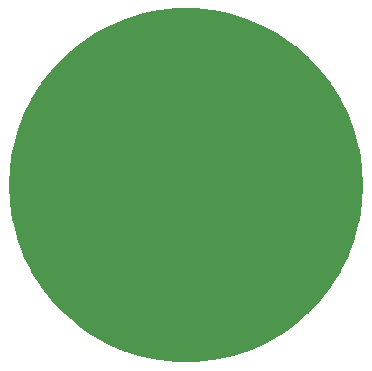
<source format=gtl>
%TF.GenerationSoftware,KiCad,Pcbnew,(6.99.0-2452-gdb4f2d9dd8)*%
%TF.CreationDate,2022-07-19T13:16:04+04:00*%
%TF.ProjectId,sticker holder,73746963-6b65-4722-9068-6f6c6465722e,rev?*%
%TF.SameCoordinates,Original*%
%TF.FileFunction,Copper,L1,Top*%
%TF.FilePolarity,Positive*%
%FSLAX46Y46*%
G04 Gerber Fmt 4.6, Leading zero omitted, Abs format (unit mm)*
G04 Created by KiCad (PCBNEW (6.99.0-2452-gdb4f2d9dd8)) date 2022-07-19 13:16:04*
%MOMM*%
%LPD*%
G01*
G04 APERTURE LIST*
G04 APERTURE END LIST*
%TA.AperFunction,NonConductor*%
G36*
X116356753Y-66119419D02*
G01*
X116565795Y-66130195D01*
X116572055Y-66130674D01*
X117866489Y-66262305D01*
X117873132Y-66263160D01*
X118078786Y-66295190D01*
X118084760Y-66296268D01*
X118829671Y-66449351D01*
X119360892Y-66558519D01*
X119367607Y-66560093D01*
X119566596Y-66612498D01*
X119572228Y-66614121D01*
X120817989Y-67004981D01*
X120824695Y-67007296D01*
X121013893Y-67078621D01*
X121019135Y-67080732D01*
X122222644Y-67597199D01*
X122229289Y-67600283D01*
X122405788Y-67688503D01*
X122410602Y-67691040D01*
X123560271Y-68329158D01*
X123566746Y-68333010D01*
X123728062Y-68435617D01*
X123732404Y-68438507D01*
X124816973Y-69193389D01*
X124823185Y-69198003D01*
X124967158Y-69311953D01*
X124971001Y-69315121D01*
X125979671Y-70181035D01*
X125985539Y-70186404D01*
X126110482Y-70308171D01*
X126113865Y-70311596D01*
X127036236Y-71281930D01*
X127041665Y-71288025D01*
X127146525Y-71413721D01*
X127149410Y-71417311D01*
X127975665Y-72484745D01*
X127980566Y-72491530D01*
X128064931Y-72616916D01*
X128067251Y-72620498D01*
X128639121Y-73537979D01*
X128788133Y-73777048D01*
X128792417Y-73784472D01*
X128856540Y-73904904D01*
X128858393Y-73908527D01*
X129465147Y-75145479D01*
X129468741Y-75153502D01*
X129513721Y-75264103D01*
X129515161Y-75267809D01*
X129999639Y-76575936D01*
X130002448Y-76584442D01*
X130030341Y-76680269D01*
X130031329Y-76683861D01*
X130385962Y-78053536D01*
X130387937Y-78062503D01*
X130401755Y-78138329D01*
X130402333Y-78141777D01*
X130620055Y-79562988D01*
X130621132Y-79572344D01*
X130625047Y-79622923D01*
X130625261Y-79626265D01*
X130698904Y-81078396D01*
X130699024Y-81081534D01*
X130699416Y-81096756D01*
X130699416Y-81103244D01*
X130699024Y-81118466D01*
X130698904Y-81121604D01*
X130625261Y-82573735D01*
X130625047Y-82577077D01*
X130621132Y-82627656D01*
X130620055Y-82637012D01*
X130402333Y-84058223D01*
X130401755Y-84061671D01*
X130387937Y-84137497D01*
X130385962Y-84146464D01*
X130031329Y-85516139D01*
X130030341Y-85519731D01*
X130002448Y-85615558D01*
X129999639Y-85624064D01*
X129659631Y-86542111D01*
X129515161Y-86932191D01*
X129513721Y-86935897D01*
X129468741Y-87046498D01*
X129465149Y-87054517D01*
X128858393Y-88291473D01*
X128856540Y-88295096D01*
X128792421Y-88415521D01*
X128788133Y-88422952D01*
X128067251Y-89579502D01*
X128064931Y-89583084D01*
X127983285Y-89704429D01*
X127980566Y-89708470D01*
X127975665Y-89715255D01*
X127149410Y-90782689D01*
X127146525Y-90786279D01*
X127041665Y-90911975D01*
X127036236Y-90918070D01*
X126113865Y-91888404D01*
X126110482Y-91891829D01*
X125985539Y-92013596D01*
X125979678Y-92018958D01*
X124971001Y-92884879D01*
X124967158Y-92888047D01*
X124823190Y-93001994D01*
X124816978Y-93006607D01*
X123732404Y-93761493D01*
X123728062Y-93764383D01*
X123566746Y-93866990D01*
X123560271Y-93870842D01*
X122410602Y-94508960D01*
X122405788Y-94511497D01*
X122229289Y-94599717D01*
X122222644Y-94602801D01*
X121019135Y-95119268D01*
X121013900Y-95121376D01*
X120824695Y-95192704D01*
X120817989Y-95195019D01*
X119667642Y-95555942D01*
X119572227Y-95585879D01*
X119566596Y-95587502D01*
X119367607Y-95639907D01*
X119360892Y-95641481D01*
X118829671Y-95750649D01*
X118084760Y-95903732D01*
X118078786Y-95904810D01*
X117873132Y-95936840D01*
X117866489Y-95937695D01*
X116572055Y-96069326D01*
X116565795Y-96069805D01*
X116356753Y-96080581D01*
X116350266Y-96080748D01*
X115049734Y-96080748D01*
X115043247Y-96080581D01*
X114834205Y-96069805D01*
X114827945Y-96069326D01*
X113533511Y-95937695D01*
X113526868Y-95936840D01*
X113321214Y-95904810D01*
X113315240Y-95903732D01*
X112570329Y-95750649D01*
X112039108Y-95641481D01*
X112032393Y-95639907D01*
X111833404Y-95587502D01*
X111827773Y-95585879D01*
X111732358Y-95555942D01*
X110582011Y-95195019D01*
X110575305Y-95192704D01*
X110386100Y-95121376D01*
X110380865Y-95119268D01*
X109177356Y-94602801D01*
X109170711Y-94599717D01*
X108994212Y-94511497D01*
X108989398Y-94508960D01*
X107839729Y-93870842D01*
X107833254Y-93866990D01*
X107671938Y-93764383D01*
X107667596Y-93761493D01*
X106583022Y-93006607D01*
X106576810Y-93001994D01*
X106432842Y-92888047D01*
X106428999Y-92884879D01*
X105420322Y-92018958D01*
X105414461Y-92013596D01*
X105289518Y-91891829D01*
X105286135Y-91888404D01*
X104363764Y-90918070D01*
X104358335Y-90911975D01*
X104253475Y-90786279D01*
X104250590Y-90782689D01*
X103424335Y-89715255D01*
X103419434Y-89708470D01*
X103416715Y-89704429D01*
X103335069Y-89583084D01*
X103332749Y-89579502D01*
X102611867Y-88422952D01*
X102607579Y-88415521D01*
X102543460Y-88295096D01*
X102541607Y-88291473D01*
X101934851Y-87054517D01*
X101931259Y-87046498D01*
X101886279Y-86935897D01*
X101884839Y-86932191D01*
X101740369Y-86542111D01*
X101400361Y-85624064D01*
X101397552Y-85615558D01*
X101369659Y-85519731D01*
X101368671Y-85516139D01*
X101014038Y-84146464D01*
X101012063Y-84137497D01*
X100998245Y-84061671D01*
X100997667Y-84058223D01*
X100779945Y-82637012D01*
X100778868Y-82627656D01*
X100774953Y-82577077D01*
X100774739Y-82573735D01*
X100701096Y-81121604D01*
X100700976Y-81118466D01*
X100700584Y-81103244D01*
X100700584Y-81096756D01*
X100700976Y-81081534D01*
X100701096Y-81078396D01*
X100774739Y-79626265D01*
X100774953Y-79622923D01*
X100778868Y-79572344D01*
X100779945Y-79562988D01*
X100997667Y-78141777D01*
X100998245Y-78138329D01*
X101012063Y-78062503D01*
X101014038Y-78053536D01*
X101368671Y-76683861D01*
X101369659Y-76680269D01*
X101397552Y-76584442D01*
X101400361Y-76575936D01*
X101884839Y-75267809D01*
X101886279Y-75264103D01*
X101931259Y-75153502D01*
X101934853Y-75145479D01*
X102541607Y-73908527D01*
X102543460Y-73904904D01*
X102607583Y-73784472D01*
X102611867Y-73777048D01*
X102760879Y-73537979D01*
X103332749Y-72620498D01*
X103335069Y-72616916D01*
X103419434Y-72491530D01*
X103424335Y-72484745D01*
X104250590Y-71417311D01*
X104253475Y-71413721D01*
X104358335Y-71288025D01*
X104363764Y-71281930D01*
X105286135Y-70311596D01*
X105289518Y-70308171D01*
X105414461Y-70186404D01*
X105420329Y-70181035D01*
X106428999Y-69315121D01*
X106432842Y-69311953D01*
X106576815Y-69198003D01*
X106583027Y-69193389D01*
X107667596Y-68438507D01*
X107671938Y-68435617D01*
X107833254Y-68333010D01*
X107839729Y-68329158D01*
X108989398Y-67691040D01*
X108994212Y-67688503D01*
X109170711Y-67600283D01*
X109177356Y-67597199D01*
X110380865Y-67080732D01*
X110386107Y-67078621D01*
X110575305Y-67007296D01*
X110582011Y-67004981D01*
X111827772Y-66614121D01*
X111833404Y-66612498D01*
X112032393Y-66560093D01*
X112039108Y-66558519D01*
X112570329Y-66449351D01*
X113315240Y-66296268D01*
X113321214Y-66295190D01*
X113526868Y-66263160D01*
X113533511Y-66262305D01*
X114827945Y-66130674D01*
X114834205Y-66130195D01*
X115043247Y-66119419D01*
X115049734Y-66119252D01*
X116350266Y-66119252D01*
X116356753Y-66119419D01*
G37*
%TD.AperFunction*%
M02*

</source>
